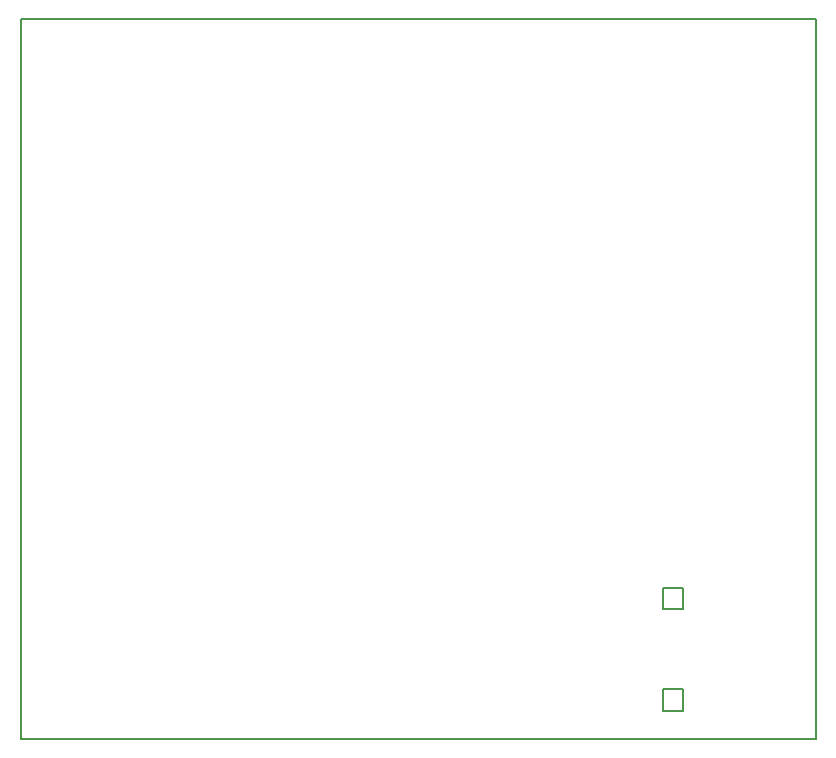
<source format=gbr>
G04 DipTrace 3.2.0.1*
G04 BoardOutline.gbr*
%MOIN*%
G04 #@! TF.FileFunction,Profile*
G04 #@! TF.Part,Single*
%ADD11C,0.005512*%
%FSLAX26Y26*%
G04*
G70*
G90*
G75*
G01*
G04 BoardOutline*
%LPD*%
X393701Y2793701D2*
D11*
X3043701D1*
Y393701D1*
X393701D1*
Y2793701D1*
X2534217Y898425D2*
X2601162D1*
Y827550D1*
X2534217D1*
Y898425D1*
Y559852D2*
X2601162D1*
Y488976D1*
X2534217D1*
Y559852D1*
M02*

</source>
